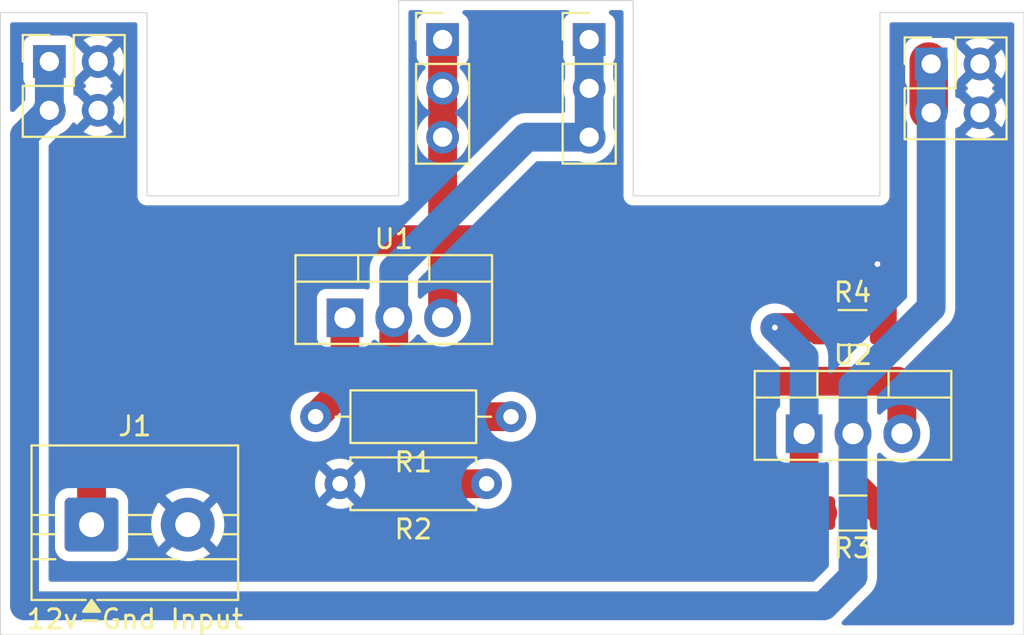
<source format=kicad_pcb>
(kicad_pcb (version 20241229) (generator "pcbnew") (generator_version "9.0")
  (layers (0 "F.Cu" signal) (2 "B.Cu" signal) (13 "F.Paste" user) (15 "B.Paste" user) (5 "F.SilkS" user "F.Silkscreen") (7 "B.SilkS" user "B.Silkscreen") (1 "F.Mask" user) (3 "B.Mask" user) (25 "Edge.Cuts" user))
  (net 0 "")
  (net 1 "+12V")
  (net 2 "GND")
  (net 3 "+3.3V")
  (net 4 "+5V")
  (net 5 "Net-(U1-ADJ)")
  (net 6 "Net-(U2-ADJ)")
  (footprint "TerminalBlock:TerminalBlock_MaiXu_MX126-5.0-02P_1x02_P5.00mm" (layer "F.Cu") (at 131.1 122.5225)
    (property "Reference" "J1" (at 2.25 -5.12 0) (layer "F.SilkS"))
    (property "Value" "12v-Gnd Input" (at 2.25 4.92 0) (layer "F.SilkS"))
    (fp_line (start -3.12 -4.12) (end 7.62 -4.12) (stroke (width 0.12)) (layer "F.SilkS"))
    (fp_line (start -3.12 -0.5) (end -1.88 -0.5) (stroke (width 0.12)) (layer "F.SilkS"))
    (fp_line (start -3.12 0.5) (end -1.88 0.5) (stroke (width 0.12)) (layer "F.SilkS"))
    (fp_line (start -3.12 1.8) (end -1.88 1.8) (stroke (width 0.12)) (layer "F.SilkS"))
    (fp_line (start -3.12 3.92) (end -3.12 -4.12) (stroke (width 0.12)) (layer "F.SilkS"))
    (fp_line (start -0.3 3.92) (end -3.12 3.92) (stroke (width 0.12)) (layer "F.SilkS"))
    (fp_line (start 1.88 -0.5) (end 3.188 -0.5) (stroke (width 0.12)) (layer "F.SilkS"))
    (fp_line (start 1.88 0.5) (end 3.188 0.5) (stroke (width 0.12)) (layer "F.SilkS"))
    (fp_line (start 1.88 1.8) (end 4.457 1.8) (stroke (width 0.12)) (layer "F.SilkS"))
    (fp_line (start 5.543 1.8) (end 7.62 1.8) (stroke (width 0.12)) (layer "F.SilkS"))
    (fp_line (start 6.812 -0.5) (end 7.62 -0.5) (stroke (width 0.12)) (layer "F.SilkS"))
    (fp_line (start 6.812 0.5) (end 7.62 0.5) (stroke (width 0.12)) (layer "F.SilkS"))
    (fp_line (start 7.62 -4.12) (end 7.62 3.92) (stroke (width 0.12)) (layer "F.SilkS"))
    (fp_line (start 7.62 3.92) (end 0.3 3.92) (stroke (width 0.12)) (layer "F.SilkS"))
    (fp_poly (pts (xy 0 3.92) (xy 0.44 4.53) (xy -0.44 4.53)) (stroke (width 0.12)) (fill yes) (layer "F.SilkS"))
    (pad "1" thru_hole roundrect (at 0 0) (size 2.8 2.8) (drill 1.3) (layers "*.Cu" "*.Mask") (roundrect_rratio 0.089286) (net 1 "+12V"))
    (pad "2" thru_hole circle (at 5 0) (size 2.8 2.8) (drill 1.3) (layers "*.Cu" "*.Mask") (net 2 "GND"))
  )
  (footprint "Resistor_THT:R_Axial_DIN0207_L6.3mm_D2.5mm_P7.62mm_Horizontal" (layer "F.Cu") (at 151.638 120.396 180)
    (property "Reference" "R2" (at 3.81 -2.37 0) (layer "F.SilkS"))
    (property "Value" "360")
    (fp_line (start 7.08 1.37) (end 7.08 1.04) (stroke (width 0.12)) (layer "F.SilkS"))
    (fp_line (start 7.08 -1.37) (end 7.08 -1.04) (stroke (width 0.12)) (layer "F.SilkS"))
    (fp_line (start 0.54 1.37) (end 7.08 1.37) (stroke (width 0.12)) (layer "F.SilkS"))
    (fp_line (start 0.54 1.04) (end 0.54 1.37) (stroke (width 0.12)) (layer "F.SilkS"))
    (fp_line (start 0.54 -1.04) (end 0.54 -1.37) (stroke (width 0.12)) (layer "F.SilkS"))
    (fp_line (start 0.54 -1.37) (end 7.08 -1.37) (stroke (width 0.12)) (layer "F.SilkS"))
    (pad "1" thru_hole circle (at 0 0 180) (size 1.6 1.6) (drill 0.8) (layers "*.Cu" "*.Mask") (net 5 "Net-(U1-ADJ)"))
    (pad "2" thru_hole circle (at 7.62 0 180) (size 1.6 1.6) (drill 0.8) (layers "*.Cu" "*.Mask") (net 2 "GND"))
  )
  (footprint "Connector_PinHeader_2.54mm:PinHeader_1x03_P2.54mm_Vertical" (layer "F.Cu") (at 149.352 97.282)
    (property "Reference" "J4" (hide yes))
    (property "Value" "12v")
    (fp_line (start -1.38 -1.38) (end 0 -1.38) (stroke (width 0.12)) (layer "F.SilkS"))
    (fp_line (start -1.38 0) (end -1.38 -1.38) (stroke (width 0.12)) (layer "F.SilkS"))
    (fp_line (start -1.38 1.27) (end -1.38 6.46) (stroke (width 0.12)) (layer "F.SilkS"))
    (fp_line (start -1.38 1.27) (end 1.38 1.27) (stroke (width 0.12)) (layer "F.SilkS"))
    (fp_line (start -1.38 6.46) (end 1.38 6.46) (stroke (width 0.12)) (layer "F.SilkS"))
    (fp_line (start 1.38 1.27) (end 1.38 6.46) (stroke (width 0.12)) (layer "F.SilkS"))
    (pad "1" thru_hole rect (at 0 0) (size 1.7 1.7) (drill 1) (layers "*.Cu" "*.Mask") (net 1 "+12V"))
    (pad "2" thru_hole circle (at 0 2.54) (size 1.7 1.7) (drill 1) (layers "*.Cu" "*.Mask") (net 1 "+12V"))
    (pad "3" thru_hole circle (at 0 5.08) (size 1.7 1.7) (drill 1) (layers "*.Cu" "*.Mask") (net 1 "+12V"))
  )
  (footprint "Package_TO_SOT_THT:TO-220-3_Vertical" (layer "F.Cu") (at 144.272 111.76)
    (property "Reference" "U1" (at 2.54 -4.1 0) (layer "F.SilkS"))
    (property "Value" "5V Regulator")
    (fp_line (start -2.57 -3.26) (end 7.65 -3.26) (stroke (width 0.12)) (layer "F.SilkS"))
    (fp_line (start -2.57 -1.88) (end 7.65 -1.88) (stroke (width 0.12)) (layer "F.SilkS"))
    (fp_line (start -2.57 1.36) (end -2.57 -3.26) (stroke (width 0.12)) (layer "F.SilkS"))
    (fp_line (start 0.69 -3.26) (end 0.69 -1.88) (stroke (width 0.12)) (layer "F.SilkS"))
    (fp_line (start 4.39 -3.26) (end 4.39 -1.88) (stroke (width 0.12)) (layer "F.SilkS"))
    (fp_line (start 7.65 -3.26) (end 7.65 1.36) (stroke (width 0.12)) (layer "F.SilkS"))
    (fp_line (start 7.65 1.36) (end -2.57 1.36) (stroke (width 0.12)) (layer "F.SilkS"))
    (pad "1" thru_hole rect (at 0 0) (size 1.905 2) (drill 1.1) (layers "*.Cu" "*.Mask") (net 5 "Net-(U1-ADJ)"))
    (pad "2" thru_hole oval (at 2.54 0) (size 1.905 2) (drill 1.1) (layers "*.Cu" "*.Mask") (net 4 "+5V"))
    (pad "3" thru_hole oval (at 5.08 0) (size 1.905 2) (drill 1.1) (layers "*.Cu" "*.Mask") (net 1 "+12V"))
  )
  (footprint "Package_TO_SOT_THT:TO-220-3_Vertical" (layer "F.Cu") (at 168.148 117.79)
    (property "Reference" "U2" (at 2.54 -4.1 0) (layer "F.SilkS"))
    (property "Value" "3.3v Regulator")
    (fp_line (start -2.57 -3.26) (end 7.65 -3.26) (stroke (width 0.12)) (layer "F.SilkS"))
    (fp_line (start -2.57 -1.88) (end 7.65 -1.88) (stroke (width 0.12)) (layer "F.SilkS"))
    (fp_line (start -2.57 1.36) (end -2.57 -3.26) (stroke (width 0.12)) (layer "F.SilkS"))
    (fp_line (start 0.69 -3.26) (end 0.69 -1.88) (stroke (width 0.12)) (layer "F.SilkS"))
    (fp_line (start 4.39 -3.26) (end 4.39 -1.88) (stroke (width 0.12)) (layer "F.SilkS"))
    (fp_line (start 7.65 -3.26) (end 7.65 1.36) (stroke (width 0.12)) (layer "F.SilkS"))
    (fp_line (start 7.65 1.36) (end -2.57 1.36) (stroke (width 0.12)) (layer "F.SilkS"))
    (pad "1" thru_hole rect (at 0 0) (size 1.905 2) (drill 1.1) (layers "*.Cu" "*.Mask") (net 6 "Net-(U2-ADJ)"))
    (pad "2" thru_hole oval (at 2.54 0) (size 1.905 2) (drill 1.1) (layers "*.Cu" "*.Mask") (net 3 "+3.3V"))
    (pad "3" thru_hole oval (at 5.08 0) (size 1.905 2) (drill 1.1) (layers "*.Cu" "*.Mask") (net 1 "+12V"))
  )
  (footprint "Resistor_THT:R_Axial_DIN0207_L6.3mm_D2.5mm_P10.16mm_Horizontal" (layer "F.Cu") (at 152.908 116.906 180)
    (property "Reference" "R1" (at 5.08 -2.37 0) (layer "F.SilkS"))
    (property "Value" "120")
    (fp_line (start 9.12 0) (end 8.35 0) (stroke (width 0.12)) (layer "F.SilkS"))
    (fp_line (start 1.04 0) (end 1.81 0) (stroke (width 0.12)) (layer "F.SilkS"))
    (fp_rect (start 1.81 -1.37) (end 8.35 1.37) (stroke (width 0.12)) (fill no) (layer "F.SilkS"))
    (pad "1" thru_hole circle (at 0 0 180) (size 1.6 1.6) (drill 0.8) (layers "*.Cu" "*.Mask") (net 4 "+5V"))
    (pad "2" thru_hole circle (at 10.16 0 180) (size 1.6 1.6) (drill 0.8) (layers "*.Cu" "*.Mask") (net 5 "Net-(U1-ADJ)"))
  )
  (footprint "Connector_PinHeader_2.54mm:PinHeader_2x02_P2.54mm_Vertical" (layer "F.Cu") (at 174.752 98.552)
    (property "Reference" "J3" (hide yes))
    (property "Value" "3.3-Gnd")
    (fp_line (start -1.38 -1.38) (end 0 -1.38) (stroke (width 0.12)) (layer "F.SilkS"))
    (fp_line (start -1.38 0) (end -1.38 -1.38) (stroke (width 0.12)) (layer "F.SilkS"))
    (fp_line (start -1.38 1.27) (end -1.38 3.92) (stroke (width 0.12)) (layer "F.SilkS"))
    (fp_line (start -1.38 1.27) (end 1.27 1.27) (stroke (width 0.12)) (layer "F.SilkS"))
    (fp_line (start -1.38 3.92) (end 3.92 3.92) (stroke (width 0.12)) (layer "F.SilkS"))
    (fp_line (start 1.27 -1.38) (end 3.92 -1.38) (stroke (width 0.12)) (layer "F.SilkS"))
    (fp_line (start 1.27 1.27) (end 1.27 -1.38) (stroke (width 0.12)) (layer "F.SilkS"))
    (fp_line (start 3.92 -1.38) (end 3.92 3.92) (stroke (width 0.12)) (layer "F.SilkS"))
    (pad "1" thru_hole rect (at 0 0) (size 1.7 1.7) (drill 1) (layers "*.Cu" "*.Mask") (net 3 "+3.3V"))
    (pad "2" thru_hole circle (at 2.54 0) (size 1.7 1.7) (drill 1) (layers "*.Cu" "*.Mask") (net 2 "GND"))
    (pad "3" thru_hole circle (at 0 2.54) (size 1.7 1.7) (drill 1) (layers "*.Cu" "*.Mask") (net 3 "+3.3V"))
    (pad "4" thru_hole circle (at 2.54 2.54) (size 1.7 1.7) (drill 1) (layers "*.Cu" "*.Mask") (net 2 "GND"))
  )
  (footprint "Connector_PinHeader_2.54mm:PinHeader_2x02_P2.54mm_Vertical" (layer "F.Cu") (at 128.905 98.425)
    (property "Reference" "J2" (hide yes))
    (property "Value" "3.3-Gnd")
    (fp_line (start -1.38 -1.38) (end 0 -1.38) (stroke (width 0.12)) (layer "F.SilkS"))
    (fp_line (start -1.38 0) (end -1.38 -1.38) (stroke (width 0.12)) (layer "F.SilkS"))
    (fp_line (start -1.38 1.27) (end -1.38 3.92) (stroke (width 0.12)) (layer "F.SilkS"))
    (fp_line (start -1.38 1.27) (end 1.27 1.27) (stroke (width 0.12)) (layer "F.SilkS"))
    (fp_line (start -1.38 3.92) (end 3.92 3.92) (stroke (width 0.12)) (layer "F.SilkS"))
    (fp_line (start 1.27 -1.38) (end 3.92 -1.38) (stroke (width 0.12)) (layer "F.SilkS"))
    (fp_line (start 1.27 1.27) (end 1.27 -1.38) (stroke (width 0.12)) (layer "F.SilkS"))
    (fp_line (start 3.92 -1.38) (end 3.92 3.92) (stroke (width 0.12)) (layer "F.SilkS"))
    (pad "1" thru_hole rect (at 0 0) (size 1.7 1.7) (drill 1) (layers "*.Cu" "*.Mask") (net 3 "+3.3V"))
    (pad "2" thru_hole circle (at 2.54 0) (size 1.7 1.7) (drill 1) (layers "*.Cu" "*.Mask") (net 2 "GND"))
    (pad "3" thru_hole circle (at 0 2.54) (size 1.7 1.7) (drill 1) (layers "*.Cu" "*.Mask") (net 3 "+3.3V"))
    (pad "4" thru_hole circle (at 2.54 2.54) (size 1.7 1.7) (drill 1) (layers "*.Cu" "*.Mask") (net 2 "GND"))
  )
  (footprint "Connector_PinHeader_2.54mm:PinHeader_1x03_P2.54mm_Vertical" (layer "F.Cu") (at 156.972 97.282)
    (property "Reference" "J5" (hide yes))
    (property "Value" "5v")
    (fp_line (start -1.38 -1.38) (end 0 -1.38) (stroke (width 0.12)) (layer "F.SilkS"))
    (fp_line (start -1.38 0) (end -1.38 -1.38) (stroke (width 0.12)) (layer "F.SilkS"))
    (fp_line (start -1.38 1.27) (end -1.38 6.46) (stroke (width 0.12)) (layer "F.SilkS"))
    (fp_line (start -1.38 1.27) (end 1.38 1.27) (stroke (width 0.12)) (layer "F.SilkS"))
    (fp_line (start -1.38 6.46) (end 1.38 6.46) (stroke (width 0.12)) (layer "F.SilkS"))
    (fp_line (start 1.38 1.27) (end 1.38 6.46) (stroke (width 0.12)) (layer "F.SilkS"))
    (pad "1" thru_hole rect (at 0 0) (size 1.7 1.7) (drill 1) (layers "*.Cu" "*.Mask") (net 4 "+5V"))
    (pad "2" thru_hole circle (at 0 2.54) (size 1.7 1.7) (drill 1) (layers "*.Cu" "*.Mask") (net 4 "+5V"))
    (pad "3" thru_hole circle (at 0 5.08) (size 1.7 1.7) (drill 1) (layers "*.Cu" "*.Mask") (net 4 "+5V"))
  )
  (footprint "Resistor_SMD:R_1206_3216Metric_Pad1.30x1.75mm_HandSolder" (layer "F.Cu") (at 170.662 112.268)
    (property "Reference" "R4" (at 0 -1.83 0) (layer "F.SilkS"))
    (property "Value" "200")
    (fp_line (start -0.727064 -0.91) (end 0.727064 -0.91) (stroke (width 0.12)) (layer "F.SilkS"))
    (fp_line (start -0.727064 0.91) (end 0.727064 0.91) (stroke (width 0.12)) (layer "F.SilkS"))
    (pad "1" smd roundrect (at -1.55 0) (size 1.3 1.75) (layers "F.Cu" "F.Mask" "F.Paste") (roundrect_rratio 0.192308) (net 6 "Net-(U2-ADJ)"))
    (pad "2" smd roundrect (at 1.55 0) (size 1.3 1.75) (layers "F.Cu" "F.Mask" "F.Paste") (roundrect_rratio 0.192308) (net 2 "GND"))
  )
  (footprint "Resistor_SMD:R_1206_3216Metric_Pad1.30x1.75mm_HandSolder" (layer "F.Cu") (at 170.662 121.92 180)
    (property "Reference" "R3" (at 0 -1.83 0) (layer "F.SilkS"))
    (property "Value" "120")
    (fp_line (start -0.727064 0.91) (end 0.727064 0.91) (stroke (width 0.12)) (layer "F.SilkS"))
    (fp_line (start -0.727064 -0.91) (end 0.727064 -0.91) (stroke (width 0.12)) (layer "F.SilkS"))
    (pad "1" smd roundrect (at -1.55 0 180) (size 1.3 1.75) (layers "F.Cu" "F.Mask" "F.Paste") (roundrect_rratio 0.192308) (net 3 "+3.3V"))
    (pad "2" smd roundrect (at 1.55 0 180) (size 1.3 1.75) (layers "F.Cu" "F.Mask" "F.Paste") (roundrect_rratio 0.192308) (net 6 "Net-(U2-ADJ)"))
  )
  (gr_line (start 126.365 128.27) (end 179.578 128.27) (stroke (width 0.05)) (layer "Edge.Cuts"))
  (gr_line (start 133.985 95.885) (end 126.365 95.885) (stroke (width 0.05)) (layer "Edge.Cuts"))
  (gr_line (start 147.066 95.25) (end 147.066 105.41) (stroke (width 0.05)) (layer "Edge.Cuts"))
  (gr_line (start 159.258 105.41) (end 159.258 95.25) (stroke (width 0.05)) (layer "Edge.Cuts"))
  (gr_line (start 133.985 105.41) (end 133.985 95.885) (stroke (width 0.05)) (layer "Edge.Cuts"))
  (gr_line (start 159.258 95.25) (end 147.066 95.25) (stroke (width 0.05)) (layer "Edge.Cuts"))
  (gr_line (start 179.578 95.885) (end 172.085 95.885) (stroke (width 0.05)) (layer "Edge.Cuts"))
  (gr_line (start 172.085 105.41) (end 159.258 105.41) (stroke (width 0.05)) (layer "Edge.Cuts"))
  (gr_line (start 179.578 128.27) (end 179.578 95.885) (stroke (width 0.05)) (layer "Edge.Cuts"))
  (gr_line (start 126.365 95.885) (end 126.365 128.27) (stroke (width 0.05)) (layer "Edge.Cuts"))
  (gr_line (start 147.066 105.41) (end 133.985 105.41) (stroke (width 0.05)) (layer "Edge.Cuts"))
  (gr_line (start 172.085 95.885) (end 172.085 105.41) (stroke (width 0.05)) (layer "Edge.Cuts"))
  (segment (start 141.478 107.696) (end 149.352 107.696) (width 1.5) (layer "F.Cu") (net 1))
  (segment (start 149.352 107.696) (end 149.352 102.362) (width 1.5) (layer "F.Cu") (net 1))
  (segment (start 173.228 115.29) (end 173.228 117.79) (width 1.5) (layer "F.Cu") (net 1))
  (segment (start 131.1 122.5225) (end 131.1 118.074) (width 1.5) (layer "F.Cu") (net 1))
  (segment (start 149.352 107.696) (end 149.352 111.76) (width 1.5) (layer "F.Cu") (net 1))
  (segment (start 131.1 118.074) (end 141.478 107.696) (width 1.5) (layer "F.Cu") (net 1))
  (segment (start 173 115.062) (end 173.228 115.29) (width 1.5) (layer "F.Cu") (net 1))
  (segment (start 166.116 115.062) (end 173 115.062) (width 1.5) (layer "F.Cu") (net 1))
  (segment (start 149.352 102.362) (end 149.352 99.822) (width 1.5) (layer "F.Cu") (net 1))
  (segment (start 149.352 99.822) (end 149.352 97.282) (width 1.5) (layer "F.Cu") (net 1))
  (segment (start 149.352 107.696) (end 158.75 107.696) (width 1.5) (layer "F.Cu") (net 1))
  (segment (start 158.75 107.696) (end 166.116 115.062) (width 1.5) (layer "F.Cu") (net 1))
  (segment (start 172.212 109.22) (end 171.958 108.966) (width 1.5) (layer "F.Cu") (net 2))
  (segment (start 172.212 112.268) (end 172.212 109.22) (width 1.5) (layer "F.Cu") (net 2))
  (via (at 171.958 108.966) (size 0.6) (drill 0.3) (layers "F.Cu" "B.Cu") (net 2))
  (segment (start 170.688 120.396) (end 172.212 121.92) (width 1.5) (layer "F.Cu") (net 3))
  (segment (start 170.688 117.79) (end 170.688 120.396) (width 1.5) (layer "F.Cu") (net 3))
  (segment (start 174.625 100.965) (end 174.625 98.425) (width 2) (layer "F.Cu") (net 3))
  (segment (start 128.905 100.965) (end 128.905 98.425) (width 1.5) (layer "B.Cu") (net 3))
  (segment (start 170.688 117.79) (end 170.688 115.29) (width 1.5) (layer "B.Cu") (net 3))
  (segment (start 127.616 102.254) (end 128.905 100.965) (width 1.5) (layer "B.Cu") (net 3))
  (segment (start 174.752 101.092) (end 174.752 98.552) (width 1.5) (layer "B.Cu") (net 3))
  (segment (start 127.616 126.746) (end 127.616 102.254) (width 1.5) (layer "B.Cu") (net 3))
  (segment (start 174.752 111.226) (end 174.752 101.092) (width 1.5) (layer "B.Cu") (net 3))
  (segment (start 170.688 115.29) (end 174.752 111.226) (width 1.5) (layer "B.Cu") (net 3))
  (segment (start 169.164 126.746) (end 127.616 126.746) (width 1.5) (layer "B.Cu") (net 3))
  (segment (start 170.688 117.79) (end 170.688 125.222) (width 1.5) (layer "B.Cu") (net 3))
  (segment (start 170.688 125.222) (end 169.164 126.746) (width 1.5) (layer "B.Cu") (net 3))
  (segment (start 149.458 116.906) (end 146.812 114.26) (width 1.5) (layer "F.Cu") (net 4))
  (segment (start 146.812 114.26) (end 146.812 111.76) (width 1.5) (layer "F.Cu") (net 4))
  (segment (start 152.908 116.906) (end 149.458 116.906) (width 1.5) (layer "F.Cu") (net 4))
  (segment (start 146.812 111.76) (end 146.812 109.26) (width 1.5) (layer "B.Cu") (net 4))
  (segment (start 156.972 99.822) (end 156.972 97.282) (width 1.5) (layer "B.Cu") (net 4))
  (segment (start 146.812 109.26) (end 153.71 102.362) (width 1.5) (layer "B.Cu") (net 4))
  (segment (start 153.71 102.362) (end 156.972 102.362) (width 1.5) (layer "B.Cu") (net 4))
  (segment (start 156.972 102.362) (end 156.972 99.822) (width 1.5) (layer "B.Cu") (net 4))
  (segment (start 144.272 115.382) (end 142.748 116.906) (width 1.5) (layer "F.Cu") (net 5))
  (segment (start 144.272 115.382) (end 144.592 115.382) (width 1.5) (layer "F.Cu") (net 5))
  (segment (start 149.606 120.396) (end 151.638 120.396) (width 1.5) (layer "F.Cu") (net 5))
  (segment (start 144.592 115.382) (end 149.606 120.396) (width 1.5) (layer "F.Cu") (net 5))
  (segment (start 144.272 111.76) (end 144.272 115.382) (width 1.5) (layer "F.Cu") (net 5))
  (segment (start 166.624 112.268) (end 169.112 112.268) (width 1.5) (layer "F.Cu") (net 6))
  (segment (start 168.148 117.79) (end 168.148 120.956) (width 1.5) (layer "F.Cu") (net 6))
  (segment (start 168.148 120.956) (end 169.112 121.92) (width 1.5) (layer "F.Cu") (net 6))
  (via (at 166.624 112.268) (size 0.6) (drill 0.3) (layers "F.Cu" "B.Cu") (net 6))
  (segment (start 168.148 117.79) (end 168.148 113.792) (width 1.5) (layer "B.Cu") (net 6))
  (segment (start 168.148 113.792) (end 166.624 112.268) (width 1.5) (layer "B.Cu") (net 6))
  (zone (net 2) (net_name "GND") (layer "B.Cu") (connect_pads (clearance 0.5)) (min_thickness 0.25) (fill yes (thermal_gap 0.5) (thermal_bridge_width 0.5))
    (polygon (pts (xy 126.746 96.266) (xy 126.746 127.762) (xy 179.07 127.762) (xy 179.07 96.266) (xy 172.466 96.266) (xy 172.466 105.664) (xy 159.004 105.664) (xy 159.004 95.504) (xy 147.574 95.504) (xy 147.574 105.664) (xy 133.604 105.664) (xy 133.604 96.266)))
  )
)
</source>
